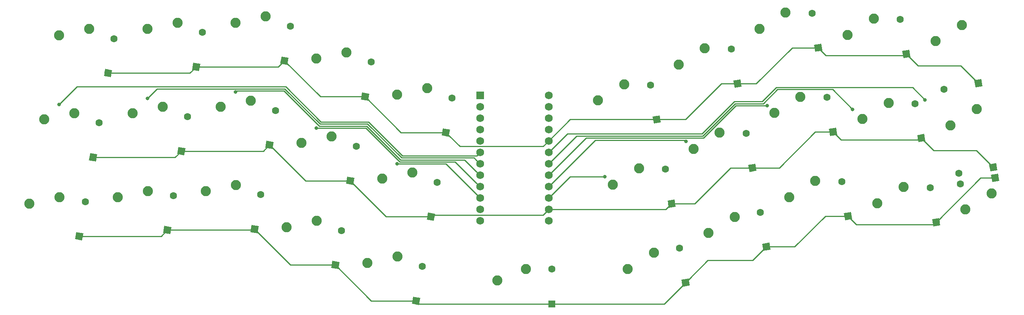
<source format=gbr>
G04 #@! TF.GenerationSoftware,KiCad,Pcbnew,(5.1.4)-1*
G04 #@! TF.CreationDate,2021-01-04T11:43:55-07:00*
G04 #@! TF.ProjectId,CS30 Ergo,43533330-2045-4726-976f-2e6b69636164,rev?*
G04 #@! TF.SameCoordinates,Original*
G04 #@! TF.FileFunction,Copper,L1,Top*
G04 #@! TF.FilePolarity,Positive*
%FSLAX46Y46*%
G04 Gerber Fmt 4.6, Leading zero omitted, Abs format (unit mm)*
G04 Created by KiCad (PCBNEW (5.1.4)-1) date 2021-01-04 11:43:55*
%MOMM*%
%LPD*%
G04 APERTURE LIST*
%ADD10C,2.250000*%
%ADD11C,1.600000*%
%ADD12C,0.150000*%
%ADD13C,1.752600*%
%ADD14R,1.752600X1.752600*%
%ADD15R,1.600000X1.600000*%
%ADD16C,0.800000*%
%ADD17C,0.250000*%
G04 APERTURE END LIST*
D10*
X243100861Y-99546094D03*
X248913324Y-95942016D03*
X223513191Y-98163939D03*
X229325654Y-94559861D03*
X185991859Y-104779963D03*
X191804322Y-101175885D03*
X168058195Y-112778141D03*
X173870658Y-109174063D03*
X203925522Y-96781784D03*
X209737985Y-93177706D03*
X220205180Y-79403273D03*
X226017643Y-75799195D03*
X239792849Y-80785428D03*
X245605312Y-77181350D03*
X179375835Y-67258630D03*
X185188298Y-63654552D03*
X182683847Y-86019296D03*
X188496310Y-82415218D03*
X164750183Y-94017475D03*
X170562646Y-90413397D03*
X200617510Y-78021118D03*
X206429973Y-74417040D03*
X236484839Y-62024761D03*
X242297302Y-58420683D03*
X197309499Y-59260452D03*
X203121962Y-55656374D03*
X216897168Y-60642606D03*
X222709631Y-57038528D03*
X161442172Y-75256808D03*
X167254635Y-71652730D03*
D11*
X242006040Y-93855343D03*
X249687540Y-92500887D03*
D12*
G36*
X249038612Y-93427652D02*
G01*
X248760775Y-91851959D01*
X250336468Y-91574122D01*
X250614305Y-93149815D01*
X249038612Y-93427652D01*
X249038612Y-93427652D01*
G37*
D11*
X194407594Y-82571103D03*
X195762050Y-90252603D03*
D12*
G36*
X194835285Y-89603675D02*
G01*
X196410978Y-89325838D01*
X196688815Y-90901531D01*
X195113122Y-91179368D01*
X194835285Y-89603675D01*
X194835285Y-89603675D01*
G37*
D11*
X179575192Y-108157406D03*
X180929648Y-115838906D03*
D12*
G36*
X180002883Y-115189978D02*
G01*
X181578576Y-114912141D01*
X181856413Y-116487834D01*
X180280720Y-116765671D01*
X180002883Y-115189978D01*
X180002883Y-115189978D01*
G37*
D11*
X231928927Y-75955080D03*
X233283383Y-83636580D03*
D12*
G36*
X232356618Y-82987652D02*
G01*
X233932311Y-82709815D01*
X234210148Y-84285508D01*
X232634455Y-84563345D01*
X232356618Y-82987652D01*
X232356618Y-82987652D01*
G37*
D11*
X215649270Y-93333591D03*
X217003726Y-101015091D03*
D12*
G36*
X216076961Y-100366163D02*
G01*
X217652654Y-100088326D01*
X217930491Y-101664019D01*
X216354798Y-101941856D01*
X216076961Y-100366163D01*
X216076961Y-100366163D01*
G37*
D11*
X241592538Y-91510259D03*
X249274038Y-90155803D03*
D12*
G36*
X248625110Y-91082568D02*
G01*
X248347273Y-89506875D01*
X249922966Y-89229038D01*
X250200803Y-90804731D01*
X248625110Y-91082568D01*
X248625110Y-91082568D01*
G37*
D11*
X212341258Y-74572925D03*
X213695714Y-82254425D03*
D12*
G36*
X212768949Y-81605497D02*
G01*
X214344642Y-81327660D01*
X214622479Y-82903353D01*
X213046786Y-83181190D01*
X212768949Y-81605497D01*
X212768949Y-81605497D01*
G37*
D11*
X235236939Y-94715746D03*
X236591395Y-102397246D03*
D12*
G36*
X235664630Y-101748318D02*
G01*
X237240323Y-101470481D01*
X237518160Y-103046174D01*
X235942467Y-103324011D01*
X235664630Y-101748318D01*
X235664630Y-101748318D01*
G37*
D11*
X197508855Y-100159228D03*
X198863311Y-107840728D03*
D12*
G36*
X197936546Y-107191800D02*
G01*
X199512239Y-106913963D01*
X199790076Y-108489656D01*
X198214383Y-108767493D01*
X197936546Y-107191800D01*
X197936546Y-107191800D01*
G37*
D11*
X191099583Y-63810437D03*
X192454039Y-71491937D03*
D12*
G36*
X191527274Y-70843009D02*
G01*
X193102967Y-70565172D01*
X193380804Y-72140865D01*
X191805111Y-72418702D01*
X191527274Y-70843009D01*
X191527274Y-70843009D01*
G37*
D11*
X173165919Y-71808615D03*
X174520375Y-79490115D03*
D12*
G36*
X173593610Y-78841187D02*
G01*
X175169303Y-78563350D01*
X175447140Y-80139043D01*
X173871447Y-80416880D01*
X173593610Y-78841187D01*
X173593610Y-78841187D01*
G37*
D11*
X176473931Y-90569281D03*
X177828387Y-98250781D03*
D12*
G36*
X176901622Y-97601853D02*
G01*
X178477315Y-97324016D01*
X178755152Y-98899709D01*
X177179459Y-99177546D01*
X176901622Y-97601853D01*
X176901622Y-97601853D01*
G37*
D11*
X228620916Y-57194413D03*
X229975372Y-64875913D03*
D12*
G36*
X229048607Y-64226985D02*
G01*
X230624300Y-63949148D01*
X230902137Y-65524841D01*
X229326444Y-65802678D01*
X229048607Y-64226985D01*
X229048607Y-64226985D01*
G37*
D11*
X238284527Y-72749593D03*
X245966027Y-71395137D03*
D12*
G36*
X245317099Y-72321902D02*
G01*
X245039262Y-70746209D01*
X246614955Y-70468372D01*
X246892792Y-72044065D01*
X245317099Y-72321902D01*
X245317099Y-72321902D01*
G37*
D11*
X209033246Y-55812258D03*
X210387702Y-63493758D03*
D12*
G36*
X209460937Y-62844830D02*
G01*
X211036630Y-62566993D01*
X211314467Y-64142686D01*
X209738774Y-64420523D01*
X209460937Y-62844830D01*
X209460937Y-62844830D01*
G37*
D10*
X120191378Y-91295531D03*
X113496783Y-92694277D03*
D13*
X150495600Y-74136620D03*
X135255600Y-102076620D03*
X150495600Y-76676620D03*
X150495600Y-79216620D03*
X150495600Y-81756620D03*
X150495600Y-84296620D03*
X150495600Y-86836620D03*
X150495600Y-89376620D03*
X150495600Y-91916620D03*
X150495600Y-94456620D03*
X150495600Y-96996620D03*
X150495600Y-99536620D03*
X150495600Y-102076620D03*
X135255600Y-99536620D03*
X135255600Y-96996620D03*
X135255600Y-94456620D03*
X135255600Y-91916620D03*
X135255600Y-89376620D03*
X135255600Y-86836620D03*
X135255600Y-84296620D03*
X135255600Y-81756620D03*
X135255600Y-79216620D03*
X135255600Y-76676620D03*
D14*
X135255600Y-74136620D03*
D10*
X145415600Y-112792370D03*
X139065600Y-115332370D03*
X116883365Y-110056196D03*
X110188770Y-111454942D03*
X98949703Y-102058018D03*
X92255108Y-103456764D03*
X81016038Y-94059838D03*
X74321443Y-95458584D03*
X61428369Y-95441994D03*
X54733774Y-96840740D03*
X41840699Y-96824149D03*
X35146104Y-98222895D03*
X102257713Y-83297351D03*
X95563118Y-84696097D03*
X84324050Y-75299173D03*
X77629455Y-76697919D03*
X64736380Y-76681328D03*
X58041785Y-78080074D03*
X45148711Y-78063484D03*
X38454116Y-79462230D03*
X123499388Y-72534863D03*
X116804793Y-73933609D03*
X105565725Y-64536685D03*
X98871130Y-65935431D03*
X87632061Y-56538507D03*
X80937466Y-57937253D03*
X68044392Y-57920661D03*
X61349797Y-59319407D03*
X48456721Y-59302816D03*
X41762126Y-60701562D03*
D15*
X151210010Y-120581740D03*
D11*
X151210010Y-112781740D03*
X121030386Y-119905958D03*
D12*
G36*
X120381458Y-118979193D02*
G01*
X121957151Y-119257030D01*
X121679314Y-120832723D01*
X120103621Y-120554886D01*
X120381458Y-118979193D01*
X120381458Y-118979193D01*
G37*
D11*
X122384842Y-112224458D03*
X103096721Y-111907780D03*
D12*
G36*
X102447793Y-110981015D02*
G01*
X104023486Y-111258852D01*
X103745649Y-112834545D01*
X102169956Y-112556708D01*
X102447793Y-110981015D01*
X102447793Y-110981015D01*
G37*
D11*
X104451177Y-104226280D03*
X85163057Y-103909602D03*
D12*
G36*
X84514129Y-102982837D02*
G01*
X86089822Y-103260674D01*
X85811985Y-104836367D01*
X84236292Y-104558530D01*
X84514129Y-102982837D01*
X84514129Y-102982837D01*
G37*
D11*
X86517513Y-96228102D03*
X65782139Y-104119215D03*
D12*
G36*
X65133211Y-103192450D02*
G01*
X66708904Y-103470287D01*
X66431067Y-105045980D01*
X64855374Y-104768143D01*
X65133211Y-103192450D01*
X65133211Y-103192450D01*
G37*
D11*
X67136595Y-96437715D03*
X46194469Y-105501370D03*
D12*
G36*
X45545541Y-104574605D02*
G01*
X47121234Y-104852442D01*
X46843397Y-106428135D01*
X45267704Y-106150298D01*
X45545541Y-104574605D01*
X45545541Y-104574605D01*
G37*
D11*
X47548925Y-97819870D03*
X124338396Y-101145292D03*
D12*
G36*
X123689468Y-100218527D02*
G01*
X125265161Y-100496364D01*
X124987324Y-102072057D01*
X123411631Y-101794220D01*
X123689468Y-100218527D01*
X123689468Y-100218527D01*
G37*
D11*
X125692852Y-93463792D03*
X106404733Y-93147113D03*
D12*
G36*
X105755805Y-92220348D02*
G01*
X107331498Y-92498185D01*
X107053661Y-94073878D01*
X105477968Y-93796041D01*
X105755805Y-92220348D01*
X105755805Y-92220348D01*
G37*
D11*
X107759189Y-85465613D03*
X88471069Y-85148935D03*
D12*
G36*
X87822141Y-84222170D02*
G01*
X89397834Y-84500007D01*
X89119997Y-86075700D01*
X87544304Y-85797863D01*
X87822141Y-84222170D01*
X87822141Y-84222170D01*
G37*
D11*
X89825525Y-77467435D03*
X68883400Y-86531090D03*
D12*
G36*
X68234472Y-85604325D02*
G01*
X69810165Y-85882162D01*
X69532328Y-87457855D01*
X67956635Y-87180018D01*
X68234472Y-85604325D01*
X68234472Y-85604325D01*
G37*
D11*
X70237856Y-78849590D03*
X49295730Y-87913246D03*
D12*
G36*
X48646802Y-86986481D02*
G01*
X50222495Y-87264318D01*
X49944658Y-88840011D01*
X48368965Y-88562174D01*
X48646802Y-86986481D01*
X48646802Y-86986481D01*
G37*
D11*
X50650186Y-80231746D03*
X127646408Y-82384625D03*
D12*
G36*
X126997480Y-81457860D02*
G01*
X128573173Y-81735697D01*
X128295336Y-83311390D01*
X126719643Y-83033553D01*
X126997480Y-81457860D01*
X126997480Y-81457860D01*
G37*
D11*
X129000864Y-74703125D03*
X109712743Y-74386447D03*
D12*
G36*
X109063815Y-73459682D02*
G01*
X110639508Y-73737519D01*
X110361671Y-75313212D01*
X108785978Y-75035375D01*
X109063815Y-73459682D01*
X109063815Y-73459682D01*
G37*
D11*
X111067199Y-66704947D03*
X91779081Y-66388269D03*
D12*
G36*
X91130153Y-65461504D02*
G01*
X92705846Y-65739341D01*
X92428009Y-67315034D01*
X90852316Y-67037197D01*
X91130153Y-65461504D01*
X91130153Y-65461504D01*
G37*
D11*
X93133537Y-58706769D03*
X72191411Y-67770425D03*
D12*
G36*
X71542483Y-66843660D02*
G01*
X73118176Y-67121497D01*
X72840339Y-68697190D01*
X71264646Y-68419353D01*
X71542483Y-66843660D01*
X71542483Y-66843660D01*
G37*
D11*
X73545867Y-60088925D03*
X52603742Y-69152579D03*
D12*
G36*
X51954814Y-68225814D02*
G01*
X53530507Y-68503651D01*
X53252670Y-70079344D01*
X51676977Y-69801507D01*
X51954814Y-68225814D01*
X51954814Y-68225814D01*
G37*
D11*
X53958198Y-61471079D03*
D16*
X41762126Y-76154220D03*
X61349797Y-74772062D03*
X80937466Y-73389908D03*
X98871130Y-81388085D03*
X116804793Y-89386267D03*
X163000000Y-92267292D03*
X181000000Y-84335449D03*
X199000000Y-76403608D03*
X218022167Y-77220260D03*
X234100000Y-75092579D03*
D17*
X70809257Y-69152579D02*
X72191411Y-67770425D01*
X52603742Y-69152579D02*
X70809257Y-69152579D01*
X90396925Y-67770425D02*
X91779081Y-66388269D01*
X72191411Y-67770425D02*
X90396925Y-67770425D01*
X99777259Y-74386447D02*
X91779081Y-66388269D01*
X109712743Y-74386447D02*
X99777259Y-74386447D01*
X117710921Y-82384625D02*
X109712743Y-74386447D01*
X127646408Y-82384625D02*
X117710921Y-82384625D01*
X204606242Y-63493758D02*
X210387702Y-63493758D01*
X192454039Y-71491937D02*
X196608063Y-71491937D01*
X196608063Y-71491937D02*
X204606242Y-63493758D01*
X180909885Y-79490115D02*
X174520375Y-79490115D01*
X192454039Y-71491937D02*
X188908063Y-71491937D01*
X188908063Y-71491937D02*
X180909885Y-79490115D01*
X212093944Y-65200000D02*
X210387702Y-63493758D01*
X229975372Y-64875913D02*
X229651285Y-65200000D01*
X229651285Y-65200000D02*
X212093944Y-65200000D01*
X242070890Y-67500000D02*
X245966027Y-71395137D01*
X229975372Y-64875913D02*
X232599459Y-67500000D01*
X232599459Y-67500000D02*
X242070890Y-67500000D01*
X155302105Y-79490115D02*
X150495600Y-84296620D01*
X174520375Y-79490115D02*
X155302105Y-79490115D01*
X128407692Y-83145909D02*
X127646408Y-82384625D01*
X130759704Y-85497921D02*
X128407692Y-83145909D01*
X149294299Y-85497921D02*
X130759704Y-85497921D01*
X150495600Y-84296620D02*
X149294299Y-85497921D01*
X67501244Y-87913246D02*
X68883400Y-86531090D01*
X49295730Y-87913246D02*
X67501244Y-87913246D01*
X87088914Y-86531090D02*
X88471069Y-85148935D01*
X68883400Y-86531090D02*
X87088914Y-86531090D01*
X114402912Y-101145292D02*
X106404733Y-93147113D01*
X124338396Y-101145292D02*
X114402912Y-101145292D01*
X96469247Y-93147113D02*
X88471069Y-85148935D01*
X106404733Y-93147113D02*
X96469247Y-93147113D01*
X182949219Y-98250781D02*
X177828387Y-98250781D01*
X195762050Y-90252603D02*
X190947397Y-90252603D01*
X190947397Y-90252603D02*
X182949219Y-98250781D01*
X209745575Y-82254425D02*
X213695714Y-82254425D01*
X195762050Y-90252603D02*
X201747397Y-90252603D01*
X201747397Y-90252603D02*
X209745575Y-82254425D01*
X215441289Y-84000000D02*
X213695714Y-82254425D01*
X233283383Y-83636580D02*
X232919963Y-84000000D01*
X232919963Y-84000000D02*
X215441289Y-84000000D01*
X245518235Y-86400000D02*
X249274038Y-90155803D01*
X233283383Y-83636580D02*
X236046803Y-86400000D01*
X236046803Y-86400000D02*
X245518235Y-86400000D01*
X176542548Y-99536620D02*
X150495600Y-99536620D01*
X177828387Y-98250781D02*
X176542548Y-99536620D01*
X124683688Y-100800000D02*
X124338396Y-101145292D01*
X150495600Y-99536620D02*
X149232220Y-100800000D01*
X149232220Y-100800000D02*
X124683688Y-100800000D01*
X64399984Y-105501370D02*
X65782139Y-104119215D01*
X46194469Y-105501370D02*
X64399984Y-105501370D01*
X84953444Y-104119215D02*
X85163057Y-103909602D01*
X65782139Y-104119215D02*
X84953444Y-104119215D01*
X93161235Y-111907780D02*
X85163057Y-103909602D01*
X103096721Y-111907780D02*
X93161235Y-111907780D01*
X111094899Y-119905958D02*
X103096721Y-111907780D01*
X121030386Y-119905958D02*
X111094899Y-119905958D01*
X181690932Y-115077622D02*
X180929648Y-115838906D01*
X185868554Y-110900000D02*
X181690932Y-115077622D01*
X195804039Y-110900000D02*
X185868554Y-110900000D01*
X198863311Y-107840728D02*
X195804039Y-110900000D01*
X216091385Y-101015091D02*
X217003726Y-101015091D01*
X211984909Y-101015091D02*
X216091385Y-101015091D01*
X198863311Y-107840728D02*
X205159272Y-107840728D01*
X205159272Y-107840728D02*
X211984909Y-101015091D01*
X218888635Y-102900000D02*
X217003726Y-101015091D01*
X236591395Y-102397246D02*
X236088641Y-102900000D01*
X236088641Y-102900000D02*
X218888635Y-102900000D01*
X246487754Y-92500887D02*
X236591395Y-102397246D01*
X249687540Y-92500887D02*
X246487754Y-92500887D01*
X176186814Y-120581740D02*
X180929648Y-115838906D01*
X151210010Y-120581740D02*
X176186814Y-120581740D01*
X150160010Y-120581740D02*
X151210010Y-120581740D01*
X121030386Y-119905958D02*
X121706168Y-120581740D01*
X121706168Y-120581740D02*
X150160010Y-120581740D01*
X45716368Y-72199978D02*
X41762126Y-76154220D01*
X134505993Y-87586227D02*
X117995459Y-87586227D01*
X117995459Y-87586227D02*
X110447286Y-80038054D01*
X135255600Y-86836620D02*
X134505993Y-87586227D01*
X110447286Y-80038054D02*
X99910874Y-80038054D01*
X99910874Y-80038054D02*
X92072800Y-72199978D01*
X92072800Y-72199978D02*
X45716368Y-72199978D01*
X110260886Y-80488065D02*
X117809056Y-88036236D01*
X134379301Y-88500321D02*
X135255600Y-89376620D01*
X63471870Y-72649989D02*
X91886400Y-72649989D01*
X99724475Y-80488065D02*
X110260886Y-80488065D01*
X61349797Y-74772062D02*
X63471870Y-72649989D01*
X91886400Y-72649989D02*
X99724475Y-80488065D01*
X133915217Y-88036237D02*
X134379301Y-88500321D01*
X117809056Y-88036236D02*
X133915217Y-88036237D01*
X134379301Y-91040321D02*
X135255600Y-91916620D01*
X131825227Y-88486247D02*
X134379301Y-91040321D01*
X117622657Y-88486247D02*
X131825227Y-88486247D01*
X99538076Y-80938076D02*
X110074486Y-80938076D01*
X91700000Y-73100000D02*
X99538076Y-80938076D01*
X81227374Y-73100000D02*
X91700000Y-73100000D01*
X110074486Y-80938076D02*
X117622657Y-88486247D01*
X80937466Y-73389908D02*
X81227374Y-73100000D01*
X134379301Y-93580321D02*
X135255600Y-94456620D01*
X129735237Y-88936257D02*
X134379301Y-93580321D01*
X117436257Y-88936257D02*
X129735237Y-88936257D01*
X98871130Y-81388085D02*
X109888085Y-81388085D01*
X109888085Y-81388085D02*
X117436257Y-88936257D01*
X127645247Y-89386267D02*
X135255600Y-96996620D01*
X116804793Y-89386267D02*
X127645247Y-89386267D01*
X155224928Y-92267292D02*
X150495600Y-96996620D01*
X163000000Y-92267292D02*
X155224928Y-92267292D01*
X160852220Y-84100000D02*
X150495600Y-94456620D01*
X181000000Y-84335449D02*
X180764551Y-84100000D01*
X180764551Y-84100000D02*
X160852220Y-84100000D01*
X151371899Y-91040321D02*
X150495600Y-91916620D01*
X158812220Y-83600000D02*
X151371899Y-91040321D01*
X184900000Y-83600000D02*
X158812220Y-83600000D01*
X199000000Y-76403608D02*
X192096392Y-76403608D01*
X192096392Y-76403608D02*
X184900000Y-83600000D01*
X156722228Y-83149992D02*
X151371899Y-88500321D01*
X151371899Y-88500321D02*
X150495600Y-89376620D01*
X184713598Y-83149992D02*
X156722228Y-83149992D01*
X191913578Y-75950011D02*
X184713598Y-83149992D01*
X198186400Y-75950011D02*
X191913578Y-75950011D01*
X213601907Y-72800000D02*
X201336411Y-72800000D01*
X201336411Y-72800000D02*
X198186400Y-75950011D01*
X218022167Y-77220260D02*
X213601907Y-72800000D01*
X151371899Y-85960321D02*
X150495600Y-86836620D01*
X154632239Y-82699981D02*
X151371899Y-85960321D01*
X231357410Y-72349989D02*
X201050011Y-72349989D01*
X234100000Y-75092579D02*
X231357410Y-72349989D01*
X201050011Y-72349989D02*
X197900000Y-75500000D01*
X197900000Y-75500000D02*
X191727179Y-75500000D01*
X191727179Y-75500000D02*
X184527198Y-82699981D01*
X184527198Y-82699981D02*
X154632239Y-82699981D01*
M02*

</source>
